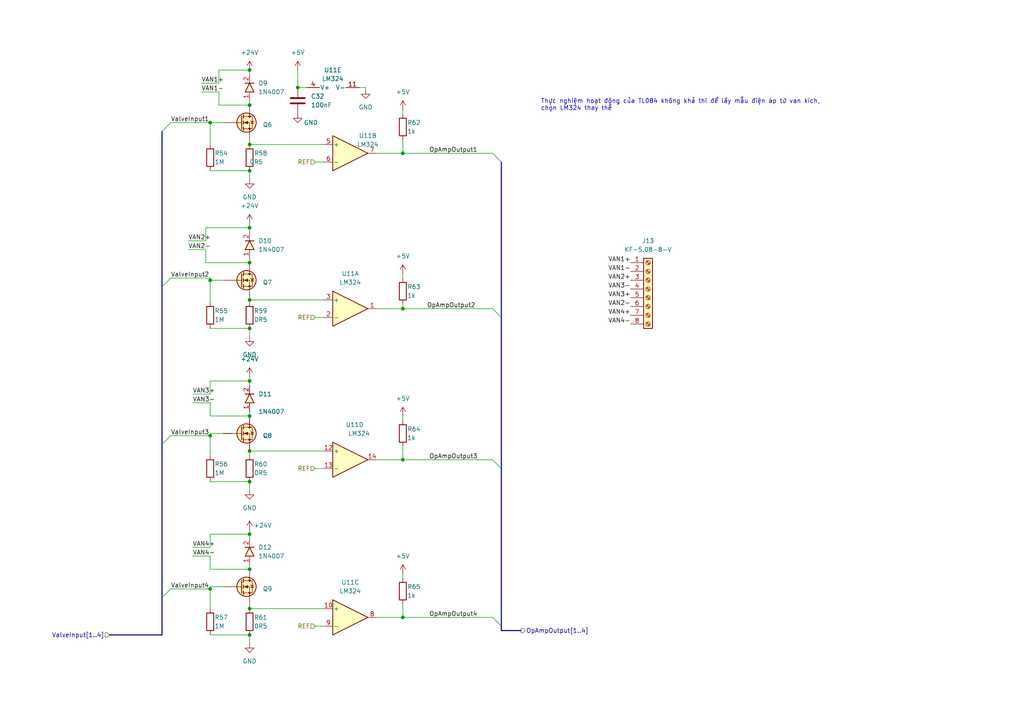
<source format=kicad_sch>
(kicad_sch (version 20231120) (generator "eeschema") (generator_version "8.0")
  (paper "A4")
  (lib_symbols
    (symbol "Amplifier_Operational:TL084" (pin_names (offset 0.127))
      (property "Reference" "U" (at 0 5.08 0))
      (property "Value" "TL084" (at 0 -5.08 0))
      (symbol "TL084_1_1"
        (polyline (pts (xy -5.08 5.08) (xy 5.08 0) (xy -5.08 -5.08) (xy -5.08 5.08)) (stroke (width 0.254)) (fill (type background)))
        (pin output line (at 7.62 0 180) (length 2.54) (name "~") (number "1"))
        (pin input line (at -7.62 -2.54 0) (length 2.54) (name "-") (number "2"))
        (pin input line (at -7.62 2.54 0) (length 2.54) (name "+") (number "3"))
      )
      (symbol "TL084_2_1"
        (polyline (pts (xy -5.08 5.08) (xy 5.08 0) (xy -5.08 -5.08) (xy -5.08 5.08)) (stroke (width 0.254)) (fill (type background)))
        (pin input line (at -7.62 2.54 0) (length 2.54) (name "+") (number "5"))
        (pin input line (at -7.62 -2.54 0) (length 2.54) (name "-") (number "6"))
        (pin output line (at 7.62 0 180) (length 2.54) (name "~") (number "7"))
      )
      (symbol "TL084_3_1"
        (polyline (pts (xy -5.08 5.08) (xy 5.08 0) (xy -5.08 -5.08) (xy -5.08 5.08)) (stroke (width 0.254)) (fill (type background)))
        (pin input line (at -7.62 2.54 0) (length 2.54) (name "+") (number "10"))
        (pin output line (at 7.62 0 180) (length 2.54) (name "~") (number "8"))
        (pin input line (at -7.62 -2.54 0) (length 2.54) (name "-") (number "9"))
      )
      (symbol "TL084_4_1"
        (polyline (pts (xy -5.08 5.08) (xy 5.08 0) (xy -5.08 -5.08) (xy -5.08 5.08)) (stroke (width 0.254)) (fill (type background)))
        (pin input line (at -7.62 2.54 0) (length 2.54) (name "+") (number "12"))
        (pin input line (at -7.62 -2.54 0) (length 2.54) (name "-") (number "13"))
        (pin output line (at 7.62 0 180) (length 2.54) (name "~") (number "14"))
      )
      (symbol "TL084_5_1"
        (pin power_in line (at -2.54 -7.62 90) (length 3.81) (name "V-") (number "11"))
        (pin power_in line (at -2.54 7.62 270) (length 3.81) (name "V+") (number "4"))
      )
    )
    (symbol "Connector:Screw_Terminal_01x08" (pin_names (offset 1.016) hide)
      (property "Reference" "J" (at 0 10.16 0))
      (property "Value" "Screw_Terminal_01x08" (at 0 -12.7 0))
      (symbol "Screw_Terminal_01x08_1_1"
        (rectangle (start -1.27 8.89) (end 1.27 -11.43) (stroke (width 0.254)) (fill (type background)))
        (circle (center 0 -10.16) (radius 0.635) (stroke (width 0.1524)))
        (circle (center 0 -7.62) (radius 0.635) (stroke (width 0.1524)))
        (circle (center 0 -5.08) (radius 0.635) (stroke (width 0.1524)))
        (circle (center 0 -2.54) (radius 0.635) (stroke (width 0.1524)))
        (polyline (pts (xy -0.5334 -9.8298) (xy 0.3302 -10.668)) (stroke (width 0.1524)))
        (polyline (pts (xy -0.5334 -7.2898) (xy 0.3302 -8.128)) (stroke (width 0.1524)))
        (polyline (pts (xy -0.5334 -4.7498) (xy 0.3302 -5.588)) (stroke (width 0.1524)))
        (polyline (pts (xy -0.5334 -2.2098) (xy 0.3302 -3.048)) (stroke (width 0.1524)))
        (polyline (pts (xy -0.5334 0.3302) (xy 0.3302 -0.508)) (stroke (width 0.1524)))
        (polyline (pts (xy -0.5334 2.8702) (xy 0.3302 2.032)) (stroke (width 0.1524)))
        (polyline (pts (xy -0.5334 5.4102) (xy 0.3302 4.572)) (stroke (width 0.1524)))
        (polyline (pts (xy -0.5334 7.9502) (xy 0.3302 7.112)) (stroke (width 0.1524)))
        (polyline (pts (xy -0.3556 -9.652) (xy 0.508 -10.4902)) (stroke (width 0.1524)))
        (polyline (pts (xy -0.3556 -7.112) (xy 0.508 -7.9502)) (stroke (width 0.1524)))
        (polyline (pts (xy -0.3556 -4.572) (xy 0.508 -5.4102)) (stroke (width 0.1524)))
        (polyline (pts (xy -0.3556 -2.032) (xy 0.508 -2.8702)) (stroke (width 0.1524)))
        (polyline (pts (xy -0.3556 0.508) (xy 0.508 -0.3302)) (stroke (width 0.1524)))
        (polyline (pts (xy -0.3556 3.048) (xy 0.508 2.2098)) (stroke (width 0.1524)))
        (polyline (pts (xy -0.3556 5.588) (xy 0.508 4.7498)) (stroke (width 0.1524)))
        (polyline (pts (xy -0.3556 8.128) (xy 0.508 7.2898)) (stroke (width 0.1524)))
        (circle (center 0 0) (radius 0.635) (stroke (width 0.1524)))
        (circle (center 0 2.54) (radius 0.635) (stroke (width 0.1524)))
        (circle (center 0 5.08) (radius 0.635) (stroke (width 0.1524)))
        (circle (center 0 7.62) (radius 0.635) (stroke (width 0.1524)))
        (pin passive line (at -5.08 7.62 0) (length 3.81) (name "Pin_1") (number "1"))
        (pin passive line (at -5.08 5.08 0) (length 3.81) (name "Pin_2") (number "2"))
        (pin passive line (at -5.08 2.54 0) (length 3.81) (name "Pin_3") (number "3"))
        (pin passive line (at -5.08 0 0) (length 3.81) (name "Pin_4") (number "4"))
        (pin passive line (at -5.08 -2.54 0) (length 3.81) (name "Pin_5") (number "5"))
        (pin passive line (at -5.08 -5.08 0) (length 3.81) (name "Pin_6") (number "6"))
        (pin passive line (at -5.08 -7.62 0) (length 3.81) (name "Pin_7") (number "7"))
        (pin passive line (at -5.08 -10.16 0) (length 3.81) (name "Pin_8") (number "8"))
      )
    )
    (symbol "Device:C" (pin_numbers hide) (pin_names (offset 0.254))
      (property "Reference" "C" (at 0.635 2.54 0))
      (property "Value" "C" (at 0.635 -2.54 0))
      (symbol "C_0_1"
        (polyline (pts (xy -2.032 -0.762) (xy 2.032 -0.762)) (stroke (width 0.508)))
        (polyline (pts (xy -2.032 0.762) (xy 2.032 0.762)) (stroke (width 0.508)))
      )
      (symbol "C_1_1"
        (pin passive line (at 0 3.81 270) (length 2.794) (name "~") (number "1"))
        (pin passive line (at 0 -3.81 90) (length 2.794) (name "~") (number "2"))
      )
    )
    (symbol "Device:R" (pin_numbers hide) (pin_names (offset 0))
      (property "Reference" "R" (at 2.032 0 90))
      (property "Value" "R" (at 0 0 90))
      (symbol "R_0_1"
        (rectangle (start -1.016 -2.54) (end 1.016 2.54) (stroke (width 0.254)))
      )
      (symbol "R_1_1"
        (pin passive line (at 0 3.81 270) (length 1.27) (name "~") (number "1"))
        (pin passive line (at 0 -3.81 90) (length 1.27) (name "~") (number "2"))
      )
    )
    (symbol "IVS_SYMBOLS:N_Mosfet" (pin_numbers hide) (pin_names hide)
      (property "Reference" "Q" (at 2.794 1.2192 0))
      (symbol "N_Mosfet_0_1"
        (circle (center -0.889 0) (radius 2.794) (stroke (width 0.254)) (fill (type background)))
        (circle (center 0 -1.778) (radius 0.254) (fill (type outline)))
        (polyline (pts (xy -2.286 0) (xy -5.08 0)))
        (polyline (pts (xy -2.286 1.905) (xy -2.286 -1.905)) (stroke (width 0.254)))
        (polyline (pts (xy -1.778 -1.27) (xy -1.778 -2.286)) (stroke (width 0.254)))
        (polyline (pts (xy -1.778 0.508) (xy -1.778 -0.508)) (stroke (width 0.254)))
        (polyline (pts (xy -1.778 2.286) (xy -1.778 1.27)) (stroke (width 0.254)))
        (polyline (pts (xy 0 2.54) (xy 0 1.778)))
        (polyline (pts (xy 0 -2.54) (xy 0 0) (xy -1.778 0)))
        (polyline (pts (xy -1.778 -1.778) (xy 0.762 -1.778) (xy 0.762 1.778) (xy -1.778 1.778)))
        (polyline (pts (xy -1.524 0) (xy -0.508 0.381) (xy -0.508 -0.381) (xy -1.524 0)) (fill (type outline)))
        (polyline (pts (xy 0.254 0.508) (xy 0.381 0.381) (xy 1.143 0.381) (xy 1.27 0.254)))
        (polyline (pts (xy 0.762 0.381) (xy 0.381 -0.254) (xy 1.143 -0.254) (xy 0.762 0.381)))
        (circle (center 0 1.778) (radius 0.254) (fill (type outline)))
      )
      (symbol "N_Mosfet_1_1"
        (pin input line (at -7.62 0 0) (length 2.54) (name "G") (number "1"))
        (pin passive line (at 0 -5.08 90) (length 2.54) (name "S") (number "2"))
        (pin passive line (at 0 5.08 270) (length 2.54) (name "D") (number "3"))
      )
    )
    (symbol "IVS_SYMBOL_DIR:D_Diode"
      (property "Reference" "D" (at 0 2.54 0))
      (property "Value" "D_Diode" (at 0 -2.54 0))
      (symbol "D_Diode_0_1"
        (polyline (pts (xy 0 1.27) (xy 0 -1.27)) (stroke (width 0.254)))
        (polyline (pts (xy 2.54 1.27) (xy 2.54 -1.27) (xy 0 0) (xy 2.54 1.27)) (stroke (width 0.254)) (fill (type background)))
      )
      (symbol "D_Diode_1_1"
        (pin passive line (at 5.08 0 180) (length 2.54) (name "") (number "1"))
        (pin passive line (at -2.54 0 0) (length 2.54) (name "") (number "2"))
      )
    )
    (symbol "power:+24V" (power) (pin_names (offset 0))
      (property "Value" "+24V" (at 0 3.556 0))
      (symbol "+24V_0_1"
        (polyline (pts (xy -0.762 1.27) (xy 0 2.54)))
        (polyline (pts (xy 0 0) (xy 0 2.54)))
        (polyline (pts (xy 0 2.54) (xy 0.762 1.27)))
      )
      (symbol "+24V_1_1"
        (pin power_in line (at 0 0 90) (length 0) hide (name "+24V") (number "1"))
      )
    )
    (symbol "power:+5V" (power) (pin_numbers hide) (pin_names (offset 0) hide)
      (property "Value" "+5V" (at 0 3.556 0))
      (symbol "+5V_0_1"
        (polyline (pts (xy -0.762 1.27) (xy 0 2.54)))
        (polyline (pts (xy 0 0) (xy 0 2.54)))
        (polyline (pts (xy 0 2.54) (xy 0.762 1.27)))
      )
      (symbol "+5V_1_1"
        (pin power_in line (at 0 0 90) (length 0) (name "~") (number "1"))
      )
    )
    (symbol "power:GND" (power) (pin_names (offset 0))
      (property "Value" "GND" (at 0 -3.81 0))
      (symbol "GND_0_1"
        (polyline (pts (xy 0 0) (xy 0 -1.27) (xy 1.27 -1.27) (xy 0 -2.54) (xy -1.27 -1.27) (xy 0 -1.27)))
      )
      (symbol "GND_1_1"
        (pin power_in line (at 0 0 270) (length 0) hide (name "GND") (number "1"))
      )
    )
  )
  (bus_alias "VALVE_INPUT" (members))
  (bus_alias "VALVE_SAMPLE" (members))
  (junction (at 72.39 154.94))
  (junction (at 116.84 44.45))
  (junction (at 72.39 184.15))
  (junction (at 116.84 89.535))
  (junction (at 72.39 120.65))
  (junction (at 86.36 25.4))
  (junction (at 60.96 81.28))
  (junction (at 72.39 76.2))
  (junction (at 72.39 139.7))
  (junction (at 116.84 133.35))
  (junction (at 72.39 86.995))
  (junction (at 72.39 176.53))
  (junction (at 72.39 49.53))
  (junction (at 72.39 130.81))
  (junction (at 72.39 165.1))
  (junction (at 60.96 170.815))
  (junction (at 72.39 95.25))
  (junction (at 116.84 179.07))
  (junction (at 72.39 110.49))
  (junction (at 72.39 66.04))
  (junction (at 60.96 35.56))
  (junction (at 72.39 30.48))
  (junction (at 60.96 126.365))
  (junction (at 72.39 20.32))
  (junction (at 72.39 41.91))
  (bus_entry (at 49.53 35.56) (size -2.54 2.54))
  (bus_entry (at 49.53 170.815) (size -2.54 2.54))
  (bus_entry (at 142.875 89.535) (size 2.54 2.54))
  (bus_entry (at 142.875 179.07) (size 2.54 2.54))
  (bus_entry (at 49.53 126.365) (size -2.54 2.54))
  (bus_entry (at 49.53 80.645) (size -2.54 2.54))
  (bus_entry (at 142.875 133.35) (size 2.54 2.54))
  (bus_entry (at 142.875 44.45) (size 2.54 2.54))
  (wire (pts (xy 72.39 109.22) (xy 72.39 110.49)))
  (wire (pts (xy 109.22 89.535) (xy 116.84 89.535)))
  (wire (pts (xy 116.84 133.35) (xy 142.875 133.35)))
  (wire (pts (xy 60.96 41.91) (xy 60.96 35.56)))
  (wire (pts (xy 72.39 176.53) (xy 93.98 176.53)))
  (wire (pts (xy 60.96 170.18) (xy 64.77 170.18)))
  (wire (pts (xy 59.69 76.2) (xy 72.39 76.2)))
  (wire (pts (xy 54.61 69.85) (xy 59.69 69.85)))
  (wire (pts (xy 49.53 126.365) (xy 60.96 126.365)))
  (wire (pts (xy 72.39 184.15) (xy 72.39 186.69)))
  (bus (pts (xy 46.99 128.905) (xy 46.99 173.355)))
  (wire (pts (xy 109.22 133.35) (xy 116.84 133.35)))
  (wire (pts (xy 49.53 170.815) (xy 60.96 170.815)))
  (wire (pts (xy 86.36 25.4) (xy 88.9 25.4)))
  (wire (pts (xy 58.42 24.13) (xy 63.5 24.13)))
  (wire (pts (xy 72.39 153.67) (xy 72.39 154.94)))
  (wire (pts (xy 60.96 120.65) (xy 72.39 120.65)))
  (bus (pts (xy 145.415 46.99) (xy 145.415 92.075)))
  (wire (pts (xy 60.96 126.365) (xy 60.96 125.73)))
  (wire (pts (xy 63.5 26.67) (xy 63.5 30.48)))
  (wire (pts (xy 93.98 130.81) (xy 72.39 130.81)))
  (bus (pts (xy 145.415 181.61) (xy 145.415 182.88)))
  (wire (pts (xy 72.39 29.21) (xy 72.39 30.48)))
  (wire (pts (xy 116.84 40.64) (xy 116.84 44.45)))
  (wire (pts (xy 106.045 26.035) (xy 106.045 25.4)))
  (wire (pts (xy 72.39 86.995) (xy 72.39 87.63)))
  (wire (pts (xy 86.36 20.32) (xy 86.36 25.4)))
  (wire (pts (xy 116.84 88.265) (xy 116.84 89.535)))
  (wire (pts (xy 60.96 176.53) (xy 60.96 170.815)))
  (wire (pts (xy 91.44 135.89) (xy 93.98 135.89)))
  (wire (pts (xy 72.39 154.94) (xy 72.39 156.21)))
  (wire (pts (xy 72.39 139.7) (xy 72.39 142.24)))
  (wire (pts (xy 60.96 95.25) (xy 72.39 95.25)))
  (wire (pts (xy 72.39 74.93) (xy 72.39 76.2)))
  (wire (pts (xy 91.44 46.99) (xy 93.98 46.99)))
  (wire (pts (xy 60.96 125.73) (xy 64.77 125.73)))
  (wire (pts (xy 60.96 35.56) (xy 64.77 35.56)))
  (wire (pts (xy 109.22 179.07) (xy 116.84 179.07)))
  (wire (pts (xy 60.96 114.3) (xy 60.96 110.49)))
  (wire (pts (xy 60.96 139.7) (xy 72.39 139.7)))
  (wire (pts (xy 116.84 175.26) (xy 116.84 179.07)))
  (wire (pts (xy 72.39 86.36) (xy 72.39 86.995)))
  (wire (pts (xy 60.96 165.1) (xy 72.39 165.1)))
  (bus (pts (xy 145.415 135.89) (xy 145.415 181.61)))
  (wire (pts (xy 60.96 132.08) (xy 60.96 126.365)))
  (wire (pts (xy 55.88 116.84) (xy 60.96 116.84)))
  (wire (pts (xy 63.5 30.48) (xy 72.39 30.48)))
  (wire (pts (xy 72.39 95.25) (xy 72.39 97.79)))
  (bus (pts (xy 145.415 182.88) (xy 151.13 182.88)))
  (wire (pts (xy 116.84 33.02) (xy 116.84 31.75)))
  (wire (pts (xy 60.96 184.15) (xy 72.39 184.15)))
  (wire (pts (xy 91.44 181.61) (xy 93.98 181.61)))
  (wire (pts (xy 106.045 25.4) (xy 104.14 25.4)))
  (wire (pts (xy 60.96 170.815) (xy 60.96 170.18)))
  (wire (pts (xy 72.39 110.49) (xy 72.39 111.76)))
  (wire (pts (xy 59.69 69.85) (xy 59.69 66.04)))
  (wire (pts (xy 72.39 119.38) (xy 72.39 120.65)))
  (wire (pts (xy 60.96 158.75) (xy 60.96 154.94)))
  (wire (pts (xy 60.96 80.645) (xy 60.96 81.28)))
  (wire (pts (xy 55.88 114.3) (xy 60.96 114.3)))
  (wire (pts (xy 63.5 20.32) (xy 72.39 20.32)))
  (bus (pts (xy 145.415 92.075) (xy 145.415 135.89)))
  (wire (pts (xy 63.5 24.13) (xy 63.5 20.32)))
  (wire (pts (xy 116.84 44.45) (xy 142.875 44.45)))
  (wire (pts (xy 116.84 121.92) (xy 116.84 120.65)))
  (wire (pts (xy 72.39 66.04) (xy 72.39 67.31)))
  (wire (pts (xy 72.39 86.995) (xy 93.98 86.995)))
  (wire (pts (xy 72.39 163.83) (xy 72.39 165.1)))
  (wire (pts (xy 55.88 158.75) (xy 60.96 158.75)))
  (wire (pts (xy 60.96 154.94) (xy 72.39 154.94)))
  (wire (pts (xy 60.96 110.49) (xy 72.39 110.49)))
  (wire (pts (xy 59.69 72.39) (xy 59.69 76.2)))
  (wire (pts (xy 72.39 40.64) (xy 72.39 41.91)))
  (bus (pts (xy 46.99 38.1) (xy 46.99 83.185)))
  (wire (pts (xy 72.39 175.26) (xy 72.39 176.53)))
  (wire (pts (xy 91.44 92.075) (xy 93.98 92.075)))
  (wire (pts (xy 116.84 89.535) (xy 142.875 89.535)))
  (wire (pts (xy 72.39 130.81) (xy 72.39 132.08)))
  (wire (pts (xy 116.84 80.645) (xy 116.84 79.375)))
  (wire (pts (xy 116.84 167.64) (xy 116.84 166.37)))
  (wire (pts (xy 60.96 87.63) (xy 60.96 81.28)))
  (wire (pts (xy 59.69 66.04) (xy 72.39 66.04)))
  (wire (pts (xy 49.53 80.645) (xy 60.96 80.645)))
  (wire (pts (xy 72.39 64.77) (xy 72.39 66.04)))
  (wire (pts (xy 116.84 179.07) (xy 142.875 179.07)))
  (wire (pts (xy 58.42 26.67) (xy 63.5 26.67)))
  (wire (pts (xy 60.96 161.29) (xy 60.96 165.1)))
  (wire (pts (xy 60.96 116.84) (xy 60.96 120.65)))
  (wire (pts (xy 72.39 49.53) (xy 72.39 52.07)))
  (bus (pts (xy 31.75 184.15) (xy 46.99 184.15)))
  (wire (pts (xy 109.22 44.45) (xy 116.84 44.45)))
  (wire (pts (xy 55.88 161.29) (xy 60.96 161.29)))
  (wire (pts (xy 60.96 49.53) (xy 72.39 49.53)))
  (wire (pts (xy 49.53 35.56) (xy 60.96 35.56)))
  (bus (pts (xy 46.99 173.355) (xy 46.99 184.15)))
  (wire (pts (xy 54.61 72.39) (xy 59.69 72.39)))
  (bus (pts (xy 46.99 83.185) (xy 46.99 128.905)))
  (wire (pts (xy 72.39 41.91) (xy 93.98 41.91)))
  (wire (pts (xy 116.84 129.54) (xy 116.84 133.35)))
  (wire (pts (xy 72.39 20.32) (xy 72.39 21.59)))
  (wire (pts (xy 60.96 81.28) (xy 64.77 81.28)))
  (text "Thực nghiệm hoạt động của TL084 không khả thi để lấy mẫu điện áp từ van kích, \nchọn LM324 thay thế" (at 156.845 30.48 0) (effects (font (size 1.27 1.27)) (justify left)))
  (label "VAN2-" (at 54.61 72.39 0))
  (label "VAN1+" (at 58.42 24.13 0))
  (label "OpAmpOutput3" (at 124.46 133.35 0))
  (label "VAN3+" (at 55.88 114.3 0))
  (label "VAN1+" (at 182.88 76.2 180))
  (label "ValveInput3" (at 49.53 126.365 0))
  (label "ValveInput1" (at 49.53 35.56 0))
  (label "VAN4-" (at 55.88 161.29 0))
  (label "VAN2-" (at 182.88 88.9 180))
  (label "VAN4+" (at 55.88 158.75 0))
  (label "VAN1-" (at 182.88 78.74 180))
  (label "OpAmpOutput4" (at 124.46 179.07 0))
  (label "ValveInput2" (at 49.53 80.645 0))
  (label "ValveInput4" (at 49.53 170.815 0))
  (label "VAN3-" (at 55.88 116.84 0))
  (label "VAN4-" (at 182.88 93.98 180))
  (label "VAN4+" (at 182.88 91.44 180))
  (label "VAN2+" (at 54.61 69.85 0))
  (label "VAN2+" (at 182.88 81.28 180))
  (label "VAN3-" (at 182.88 83.82 180))
  (label "VAN1-" (at 58.42 26.67 0))
  (label "OpAmpOutput1" (at 124.46 44.45 0))
  (label "OpAmpOutput2" (at 123.825 89.535 0))
  (label "VAN3+" (at 182.88 86.36 180))
  (hierarchical_label "REF" (shape input) (at 91.44 46.99 180))
  (hierarchical_label "REF" (shape input) (at 91.44 92.075 180))
  (hierarchical_label "REF" (shape input) (at 91.44 181.61 180))
  (hierarchical_label "REF" (shape input) (at 91.44 135.89 180))
  (hierarchical_label "ValveInput[1..4]" (shape input) (at 31.75 184.15 180))
  (hierarchical_label "OpAmpOutput[1..4]" (shape output) (at 151.13 182.88 0))
  (symbol (lib_id "Device:R") (at 60.96 91.44 0) (unit 1)
    (property "Reference" "R55" (at 62.23 90.17 0) (effects (justify left)))
    (property "Value" "1M" (at 62.23 92.71 0) (effects (justify left)))
    (property "Footprint" "SpiritBoi_Footprint_Library:R_0603" (effects (hide yes)))
    (instances (project "DongTamV2" (path "" (reference "R55") (unit 1)) (path "" (reference "R67") (unit 1)) (path "" (reference "R79") (unit 1)) (path "" (reference "R91") (unit 1))))
  )
  (symbol (lib_id "Device:R") (at 116.84 125.73 0) (unit 1)
    (property "Reference" "R64" (at 118.11 124.46 0) (effects (justify left)))
    (property "Value" "1k" (at 118.11 127 0) (effects (justify left)))
    (property "Footprint" "SpiritBoi_Footprint_Library:R_0603" (effects (hide yes)))
    (instances (project "DongTamV2" (path "" (reference "R64") (unit 1)) (path "" (reference "R76") (unit 1)) (path "" (reference "R88") (unit 1)) (path "" (reference "R100") (unit 1))))
  )
  (symbol (lib_id "power:+24V") (at 72.39 109.22 0) (unit 1)
    (property "Reference" "#PWR053" (effects (hide yes)))
    (property "Value" "+24V" (at 72.39 104.14 0))
    (instances (project "DongTamV2" (path "" (reference "#PWR053") (unit 1)) (path "" (reference "#PWR068") (unit 1)) (path "" (reference "#PWR083") (unit 1)) (path "" (reference "#PWR098") (unit 1))))
  )
  (symbol (lib_id "power:+5V") (at 86.36 20.32 0) (unit 1)
    (property "Reference" "#PWR057" (effects (hide yes)))
    (property "Value" "+5V" (at 86.36 15.24 0))
    (property "Description" "Power symbol creates a global label with name \"+5V\"" (effects (hide yes)))
    (instances (project "DongTamV2" (path "" (reference "#PWR057") (unit 1)) (path "" (reference "#PWR072") (unit 1)) (path "" (reference "#PWR087") (unit 1)) (path "" (reference "#PWR0102") (unit 1))))
  )
  (symbol (lib_id "Device:R") (at 116.84 84.455 0) (unit 1)
    (property "Reference" "R63" (at 118.11 83.185 0) (effects (justify left)))
    (property "Value" "1k" (at 118.11 85.725 0) (effects (justify left)))
    (property "Footprint" "SpiritBoi_Footprint_Library:R_0603" (effects (hide yes)))
    (instances (project "DongTamV2" (path "" (reference "R63") (unit 1)) (path "" (reference "R75") (unit 1)) (path "" (reference "R87") (unit 1)) (path "" (reference "R99") (unit 1))))
  )
  (symbol (lib_id "Amplifier_Operational:TL084") (at 101.6 89.535 0) (unit 1)
    (property "Reference" "U11" (at 101.6 79.375 0))
    (property "Value" "LM324" (at 101.6 81.915 0))
    (property "Footprint" "SpiritBoi_Footprint_Library:Package-IC-Vert-SMD-1.27mm-14P-SOIC_14_Narrow_3.9x8.7mm" (effects (hide yes)))
    (property "Datasheet" "http://www.ti.com/lit/ds/symlink/tl081.pdf" (effects (hide yes)))
    (instances (project "DongTamV2" (path "" (reference "U11") (unit 1)) (path "" (reference "U12") (unit 1)) (path "" (reference "U13") (unit 1)) (path "" (reference "U14") (unit 1))))
  )
  (symbol (lib_id "power:+24V") (at 72.39 20.32 0) (unit 1)
    (property "Reference" "#PWR049" (effects (hide yes)))
    (property "Value" "+24V" (at 72.39 15.24 0))
    (instances (project "DongTamV2" (path "" (reference "#PWR049") (unit 1)) (path "" (reference "#PWR064") (unit 1)) (path "" (reference "#PWR079") (unit 1)) (path "" (reference "#PWR094") (unit 1))))
  )
  (symbol (lib_id "power:+5V") (at 116.84 166.37 0) (unit 1)
    (property "Reference" "#PWR063" (effects (hide yes)))
    (property "Value" "+5V" (at 116.84 161.29 0))
    (property "Description" "Power symbol creates a global label with name \"+5V\"" (effects (hide yes)))
    (instances (project "DongTamV2" (path "" (reference "#PWR063") (unit 1)) (path "" (reference "#PWR078") (unit 1)) (path "" (reference "#PWR093") (unit 1)) (path "" (reference "#PWR0108") (unit 1))))
  )
  (symbol (lib_id "IVS_SYMBOLS:N_Mosfet") (at 72.39 125.73 0) (unit 1)
    (property "Reference" "Q8" (at 76.2 126.365 0) (effects (justify left)))
    (property "Value" "SI2302" (effects (hide yes)))
    (property "Footprint" "SpiritBoi_Footprint_Library:SOT23-3" (effects (hide yes)))
    (property "Datasheet" "https://www.onsemi.com/pub/Collateral/BSS138-D.PDF" (effects (hide yes)))
    (instances (project "DongTamV2" (path "" (reference "Q8") (unit 1)) (path "" (reference "Q12") (unit 1)) (path "" (reference "Q16") (unit 1)) (path "" (reference "Q20") (unit 1))))
  )
  (symbol (lib_id "Amplifier_Operational:TL084") (at 101.6 179.07 0) (unit 3)
    (property "Reference" "U11" (at 101.6 168.91 0))
    (property "Value" "LM324" (at 101.6 171.45 0))
    (property "Footprint" "SpiritBoi_Footprint_Library:Package-IC-Vert-SMD-1.27mm-14P-SOIC_14_Narrow_3.9x8.7mm" (effects (hide yes)))
    (property "Datasheet" "http://www.ti.com/lit/ds/symlink/tl081.pdf" (effects (hide yes)))
    (instances (project "DongTamV2" (path "" (reference "U11") (unit 3)) (path "" (reference "U12") (unit 3)) (path "" (reference "U13") (unit 3)) (path "" (reference "U14") (unit 3))))
  )
  (symbol (lib_id "Device:R") (at 60.96 180.34 0) (unit 1)
    (property "Reference" "R57" (at 62.23 179.07 0) (effects (justify left)))
    (property "Value" "1M" (at 62.23 181.61 0) (effects (justify left)))
    (property "Footprint" "SpiritBoi_Footprint_Library:R_0603" (effects (hide yes)))
    (instances (project "DongTamV2" (path "" (reference "R57") (unit 1)) (path "" (reference "R69") (unit 1)) (path "" (reference "R81") (unit 1)) (path "" (reference "R93") (unit 1))))
  )
  (symbol (lib_id "IVS_SYMBOL_DIR:D_Diode") (at 72.39 114.3 270) (unit 1)
    (property "Reference" "D11" (at 74.93 114.2999 90) (effects (justify left)))
    (property "Value" "1N4007" (at 74.93 119.3799 90) (effects (justify left)))
    (property "Footprint" "SpiritBoi_Footprint_Library:Package-Diode-D_SOD_323" (effects (hide yes)))
    (instances (project "DongTamV2" (path "" (reference "D11") (unit 1)) (path "" (reference "D15") (unit 1)) (path "" (reference "D19") (unit 1)) (path "" (reference "D23") (unit 1))))
  )
  (symbol (lib_id "Connector:Screw_Terminal_01x08") (at 187.96 83.82 0) (unit 1)
    (property "Reference" "J13" (at 187.96 69.85 0))
    (property "Value" "KF-5.08-8-V" (at 187.96 72.39 0))
    (property "Footprint" "SpiritBoi_Footprint_Library:TerminalBlock-Horz-THT-8P-P5.08mm-KF2EDG_Pluggable" (effects (hide yes)))
    (property "Buylink" "https://www.thegioiic.com/kf-5-08-7-v-terminal-block-plug-in-han-pcb-7-chan-thang-5-08mm-300v-15a" (effects (hide yes)))
    (instances (project "DongTamV2" (path "" (reference "J13") (unit 1)) (path "" (reference "J14") (unit 1)) (path "" (reference "J15") (unit 1)) (path "" (reference "J16") (unit 1))))
  )
  (symbol (lib_id "power:+5V") (at 116.84 79.375 0) (unit 1)
    (property "Reference" "#PWR061" (effects (hide yes)))
    (property "Value" "+5V" (at 116.84 74.295 0))
    (property "Description" "Power symbol creates a global label with name \"+5V\"" (effects (hide yes)))
    (instances (project "DongTamV2" (path "" (reference "#PWR061") (unit 1)) (path "" (reference "#PWR076") (unit 1)) (path "" (reference "#PWR091") (unit 1)) (path "" (reference "#PWR0106") (unit 1))))
  )
  (symbol (lib_id "power:GND") (at 86.36 33.02 0) (unit 1)
    (property "Reference" "#PWR058" (effects (hide yes)))
    (property "Value" "GND" (at 90.17 35.56 0))
    (instances (project "DongTamV2" (path "" (reference "#PWR058") (unit 1)) (path "" (reference "#PWR073") (unit 1)) (path "" (reference "#PWR088") (unit 1)) (path "" (reference "#PWR0103") (unit 1))))
  )
  (symbol (lib_id "Device:R") (at 116.84 171.45 0) (unit 1)
    (property "Reference" "R65" (at 118.11 170.18 0) (effects (justify left)))
    (property "Value" "1k" (at 118.11 172.72 0) (effects (justify left)))
    (property "Footprint" "SpiritBoi_Footprint_Library:R_0603" (effects (hide yes)))
    (instances (project "DongTamV2" (path "" (reference "R65") (unit 1)) (path "" (reference "R77") (unit 1)) (path "" (reference "R89") (unit 1)) (path "" (reference "R101") (unit 1))))
  )
  (symbol (lib_id "power:+24V") (at 72.39 64.77 0) (unit 1)
    (property "Reference" "#PWR051" (effects (hide yes)))
    (property "Value" "+24V" (at 72.39 59.69 0))
    (instances (project "DongTamV2" (path "" (reference "#PWR051") (unit 1)) (path "" (reference "#PWR066") (unit 1)) (path "" (reference "#PWR081") (unit 1)) (path "" (reference "#PWR096") (unit 1))))
  )
  (symbol (lib_id "Device:R") (at 72.39 45.72 0) (unit 1)
    (property "Reference" "R58" (at 73.66 44.45 0) (effects (justify left)))
    (property "Value" "0R5" (at 72.39 46.99 0) (effects (justify left)))
    (property "Footprint" "Resistor_SMD:R_0805_2012Metric" (effects (hide yes)))
    (instances (project "DongTamV2" (path "" (reference "R58") (unit 1)) (path "" (reference "R70") (unit 1)) (path "" (reference "R82") (unit 1)) (path "" (reference "R94") (unit 1))))
  )
  (symbol (lib_id "Amplifier_Operational:TL084") (at 101.6 133.35 0) (unit 4)
    (property "Reference" "U11" (at 102.87 123.19 0))
    (property "Value" "LM324" (at 104.14 125.73 0))
    (property "Footprint" "SpiritBoi_Footprint_Library:Package-IC-Vert-SMD-1.27mm-14P-SOIC_14_Narrow_3.9x8.7mm" (effects (hide yes)))
    (property "Datasheet" "http://www.ti.com/lit/ds/symlink/tl081.pdf" (effects (hide yes)))
    (instances (project "DongTamV2" (path "" (reference "U11") (unit 4)) (path "" (reference "U12") (unit 4)) (path "" (reference "U13") (unit 4)) (path "" (reference "U14") (unit 4))))
  )
  (symbol (lib_id "power:+5V") (at 116.84 120.65 0) (unit 1)
    (property "Reference" "#PWR062" (effects (hide yes)))
    (property "Value" "+5V" (at 116.84 115.57 0))
    (property "Description" "Power symbol creates a global label with name \"+5V\"" (effects (hide yes)))
    (instances (project "DongTamV2" (path "" (reference "#PWR062") (unit 1)) (path "" (reference "#PWR077") (unit 1)) (path "" (reference "#PWR092") (unit 1)) (path "" (reference "#PWR0107") (unit 1))))
  )
  (symbol (lib_id "Device:R") (at 72.39 135.89 0) (unit 1)
    (property "Reference" "R60" (at 73.66 134.62 0) (effects (justify left)))
    (property "Value" "0R5" (at 73.66 137.16 0) (effects (justify left)))
    (property "Footprint" "Resistor_SMD:R_0805_2012Metric" (effects (hide yes)))
    (instances (project "DongTamV2" (path "" (reference "R60") (unit 1)) (path "" (reference "R72") (unit 1)) (path "" (reference "R84") (unit 1)) (path "" (reference "R96") (unit 1))))
  )
  (symbol (lib_id "IVS_SYMBOLS:N_Mosfet") (at 72.39 81.28 0) (unit 1)
    (property "Reference" "Q7" (at 76.2 81.915 0) (effects (justify left)))
    (property "Value" "SI2302" (effects (hide yes)))
    (property "Footprint" "SpiritBoi_Footprint_Library:SOT23-3" (effects (hide yes)))
    (property "Datasheet" "https://www.onsemi.com/pub/Collateral/BSS138-D.PDF" (effects (hide yes)))
    (instances (project "DongTamV2" (path "" (reference "Q7") (unit 1)) (path "" (reference "Q11") (unit 1)) (path "" (reference "Q15") (unit 1)) (path "" (reference "Q19") (unit 1))))
  )
  (symbol (lib_id "Device:R") (at 60.96 135.89 0) (unit 1)
    (property "Reference" "R56" (at 62.23 134.62 0) (effects (justify left)))
    (property "Value" "1M" (at 62.23 137.16 0) (effects (justify left)))
    (property "Footprint" "SpiritBoi_Footprint_Library:R_0603" (effects (hide yes)))
    (instances (project "DongTamV2" (path "" (reference "R56") (unit 1)) (path "" (reference "R68") (unit 1)) (path "" (reference "R80") (unit 1)) (path "" (reference "R92") (unit 1))))
  )
  (symbol (lib_id "power:GND") (at 72.39 186.69 0) (unit 1)
    (property "Reference" "#PWR056" (effects (hide yes)))
    (property "Value" "GND" (at 72.39 191.77 0))
    (instances (project "DongTamV2" (path "" (reference "#PWR056") (unit 1)) (path "" (reference "#PWR071") (unit 1)) (path "" (reference "#PWR086") (unit 1)) (path "" (reference "#PWR0101") (unit 1))))
  )
  (symbol (lib_id "Device:C") (at 86.36 29.21 0) (unit 1)
    (property "Reference" "C32" (at 90.17 27.9399 0) (effects (justify left)))
    (property "Value" "100nF" (at 90.17 30.4799 0) (effects (justify left)))
    (property "Footprint" "SpiritBoi_Footprint_Library:C_0603" (effects (hide yes)))
    (instances (project "DongTamV2" (path "" (reference "C32") (unit 1)) (path "" (reference "C33") (unit 1)) (path "" (reference "C34") (unit 1)) (path "" (reference "C35") (unit 1))))
  )
  (symbol (lib_id "IVS_SYMBOL_DIR:D_Diode") (at 72.39 158.75 270) (unit 1)
    (property "Reference" "D12" (at 74.93 158.7499 90) (effects (justify left)))
    (property "Value" "1N4007" (at 74.93 161.2899 90) (effects (justify left)))
    (property "Footprint" "SpiritBoi_Footprint_Library:Package-Diode-D_SOD_323" (effects (hide yes)))
    (instances (project "DongTamV2" (path "" (reference "D12") (unit 1)) (path "" (reference "D16") (unit 1)) (path "" (reference "D20") (unit 1)) (path "" (reference "D24") (unit 1))))
  )
  (symbol (lib_id "power:GND") (at 72.39 142.24 0) (unit 1)
    (property "Reference" "#PWR054" (effects (hide yes)))
    (property "Value" "GND" (at 72.39 147.32 0))
    (instances (project "DongTamV2" (path "" (reference "#PWR054") (unit 1)) (path "" (reference "#PWR069") (unit 1)) (path "" (reference "#PWR084") (unit 1)) (path "" (reference "#PWR099") (unit 1))))
  )
  (symbol (lib_id "Device:R") (at 60.96 45.72 0) (unit 1)
    (property "Reference" "R54" (at 62.23 44.45 0) (effects (justify left)))
    (property "Value" "1M" (at 62.23 46.99 0) (effects (justify left)))
    (property "Footprint" "SpiritBoi_Footprint_Library:R_0603" (effects (hide yes)))
    (instances (project "DongTamV2" (path "" (reference "R54") (unit 1)) (path "" (reference "R66") (unit 1)) (path "" (reference "R78") (unit 1)) (path "" (reference "R90") (unit 1))))
  )
  (symbol (lib_id "power:+24V") (at 72.39 153.67 0) (unit 1)
    (property "Reference" "#PWR055" (effects (hide yes)))
    (property "Value" "+24V" (at 76.2 152.4 0))
    (instances (project "DongTamV2" (path "" (reference "#PWR055") (unit 1)) (path "" (reference "#PWR070") (unit 1)) (path "" (reference "#PWR085") (unit 1)) (path "" (reference "#PWR0100") (unit 1))))
  )
  (symbol (lib_id "Device:R") (at 72.39 180.34 0) (unit 1)
    (property "Reference" "R61" (at 73.66 179.07 0) (effects (justify left)))
    (property "Value" "0R5" (at 73.66 181.61 0) (effects (justify left)))
    (property "Footprint" "Resistor_SMD:R_0805_2012Metric" (effects (hide yes)))
    (instances (project "DongTamV2" (path "" (reference "R61") (unit 1)) (path "" (reference "R73") (unit 1)) (path "" (reference "R85") (unit 1)) (path "" (reference "R97") (unit 1))))
  )
  (symbol (lib_id "Device:R") (at 116.84 36.83 0) (unit 1)
    (property "Reference" "R62" (at 118.11 35.56 0) (effects (justify left)))
    (property "Value" "1k" (at 118.11 38.1 0) (effects (justify left)))
    (property "Footprint" "SpiritBoi_Footprint_Library:R_0603" (effects (hide yes)))
    (instances (project "DongTamV2" (path "" (reference "R62") (unit 1)) (path "" (reference "R74") (unit 1)) (path "" (reference "R86") (unit 1)) (path "" (reference "R98") (unit 1))))
  )
  (symbol (lib_id "IVS_SYMBOLS:N_Mosfet") (at 72.39 35.56 0) (unit 1)
    (property "Reference" "Q6" (at 76.2 36.195 0) (effects (justify left)))
    (property "Value" "SI2302" (effects (hide yes)))
    (property "Footprint" "SpiritBoi_Footprint_Library:SOT23-3" (effects (hide yes)))
    (property "Datasheet" "https://www.onsemi.com/pub/Collateral/BSS138-D.PDF" (effects (hide yes)))
    (instances (project "DongTamV2" (path "" (reference "Q6") (unit 1)) (path "" (reference "Q10") (unit 1)) (path "" (reference "Q14") (unit 1)) (path "" (reference "Q18") (unit 1))))
  )
  (symbol (lib_id "Amplifier_Operational:TL084") (at 101.6 44.45 0) (unit 2)
    (property "Reference" "U11" (at 106.68 39.37 0))
    (property "Value" "LM324" (at 106.68 41.91 0))
    (property "Footprint" "SpiritBoi_Footprint_Library:Package-IC-Vert-SMD-1.27mm-14P-SOIC_14_Narrow_3.9x8.7mm" (effects (hide yes)))
    (property "Datasheet" "http://www.ti.com/lit/ds/symlink/tl081.pdf" (effects (hide yes)))
    (instances (project "DongTamV2" (path "" (reference "U11") (unit 2)) (path "" (reference "U12") (unit 2)) (path "" (reference "U13") (unit 2)) (path "" (reference "U14") (unit 2))))
  )
  (symbol (lib_id "IVS_SYMBOL_DIR:D_Diode") (at 72.39 24.13 270) (unit 1)
    (property "Reference" "D9" (at 74.93 24.1299 90) (effects (justify left)))
    (property "Value" "1N4007" (at 74.93 26.6699 90) (effects (justify left)))
    (property "Footprint" "SpiritBoi_Footprint_Library:Package-Diode-D_SOD_323" (effects (hide yes)))
    (instances (project "DongTamV2" (path "" (reference "D9") (unit 1)) (path "" (reference "D13") (unit 1)) (path "" (reference "D17") (unit 1)) (path "" (reference "D21") (unit 1))))
  )
  (symbol (lib_id "IVS_SYMBOL_DIR:D_Diode") (at 72.39 69.85 270) (unit 1)
    (property "Reference" "D10" (at 74.93 69.8499 90) (effects (justify left)))
    (property "Value" "1N4007" (at 74.93 72.3899 90) (effects (justify left)))
    (property "Footprint" "SpiritBoi_Footprint_Library:Package-Diode-D_SOD_323" (effects (hide yes)))
    (instances (project "DongTamV2" (path "" (reference "D10") (unit 1)) (path "" (reference "D14") (unit 1)) (path "" (reference "D18") (unit 1)) (path "" (reference "D22") (unit 1))))
  )
  (symbol (lib_id "power:+5V") (at 116.84 31.75 0) (unit 1)
    (property "Reference" "#PWR060" (effects (hide yes)))
    (property "Value" "+5V" (at 116.84 26.67 0))
    (property "Description" "Power symbol creates a global label with name \"+5V\"" (effects (hide yes)))
    (instances (project "DongTamV2" (path "" (reference "#PWR060") (unit 1)) (path "" (reference "#PWR075") (unit 1)) (path "" (reference "#PWR090") (unit 1)) (path "" (reference "#PWR0105") (unit 1))))
  )
  (symbol (lib_id "power:GND") (at 106.045 26.035 0) (unit 1)
    (property "Reference" "#PWR059" (effects (hide yes)))
    (property "Value" "GND" (at 106.045 31.115 0))
    (instances (project "DongTamV2" (path "" (reference "#PWR059") (unit 1)) (path "" (reference "#PWR074") (unit 1)) (path "" (reference "#PWR089") (unit 1)) (path "" (reference "#PWR0104") (unit 1))))
  )
  (symbol (lib_id "IVS_SYMBOLS:N_Mosfet") (at 72.39 170.18 0) (unit 1)
    (property "Reference" "Q9" (at 76.2 170.815 0) (effects (justify left)))
    (property "Value" "SI2302" (effects (hide yes)))
    (property "Footprint" "SpiritBoi_Footprint_Library:SOT23-3" (effects (hide yes)))
    (property "Datasheet" "https://www.onsemi.com/pub/Collateral/BSS138-D.PDF" (effects (hide yes)))
    (instances (project "DongTamV2" (path "" (reference "Q9") (unit 1)) (path "" (reference "Q13") (unit 1)) (path "" (reference "Q17") (unit 1)) (path "" (reference "Q21") (unit 1))))
  )
  (symbol (lib_id "power:GND") (at 72.39 97.79 0) (unit 1)
    (property "Reference" "#PWR052" (effects (hide yes)))
    (property "Value" "GND" (at 72.39 102.87 0))
    (instances (project "DongTamV2" (path "" (reference "#PWR052") (unit 1)) (path "" (reference "#PWR067") (unit 1)) (path "" (reference "#PWR082") (unit 1)) (path "" (reference "#PWR097") (unit 1))))
  )
  (symbol (lib_id "Amplifier_Operational:TL084") (at 96.52 22.86 90) (unit 5)
    (property "Reference" "U11" (at 96.52 20.32 90))
    (property "Value" "LM324" (at 96.52 22.86 90))
    (property "Footprint" "SpiritBoi_Footprint_Library:Package-IC-Vert-SMD-1.27mm-14P-SOIC_14_Narrow_3.9x8.7mm" (effects (hide yes)))
    (property "Datasheet" "http://www.ti.com/lit/ds/symlink/tl081.pdf" (effects (hide yes)))
    (instances (project "DongTamV2" (path "" (reference "U11") (unit 5)) (path "" (reference "U12") (unit 5)) (path "" (reference "U13") (unit 5)) (path "" (reference "U14") (unit 5))))
  )
  (symbol (lib_id "Device:R") (at 72.39 91.44 0) (unit 1)
    (property "Reference" "R59" (at 73.66 90.17 0) (effects (justify left)))
    (property "Value" "0R5" (at 73.66 92.71 0) (effects (justify left)))
    (property "Footprint" "Resistor_SMD:R_0805_2012Metric" (effects (hide yes)))
    (instances (project "DongTamV2" (path "" (reference "R59") (unit 1)) (path "" (reference "R71") (unit 1)) (path "" (reference "R83") (unit 1)) (path "" (reference "R95") (unit 1))))
  )
  (symbol (lib_id "power:GND") (at 72.39 52.07 0) (unit 1)
    (property "Reference" "#PWR050" (effects (hide yes)))
    (property "Value" "GND" (at 72.39 57.15 0))
    (instances (project "DongTamV2" (path "" (reference "#PWR050") (unit 1)) (path "" (reference "#PWR065") (unit 1)) (path "" (reference "#PWR080") (unit 1)) (path "" (reference "#PWR095") (unit 1))))
  )
)
</source>
